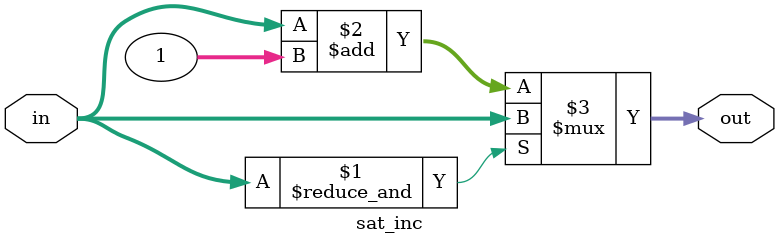
<source format=v>

module sat_inc (
    input [31:0] in,
    output [31:0] out
);

    // Your code here
    assign out = &in?in: (in+1);

endmodule

</source>
